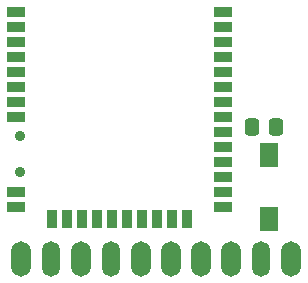
<source format=gbr>
%TF.GenerationSoftware,KiCad,Pcbnew,7.0.2-1.fc38*%
%TF.CreationDate,2023-06-06T11:06:49+02:00*%
%TF.ProjectId,marauder_mini_pcb,6d617261-7564-4657-925f-6d696e695f70,rev?*%
%TF.SameCoordinates,Original*%
%TF.FileFunction,Soldermask,Top*%
%TF.FilePolarity,Negative*%
%FSLAX46Y46*%
G04 Gerber Fmt 4.6, Leading zero omitted, Abs format (unit mm)*
G04 Created by KiCad (PCBNEW 7.0.2-1.fc38) date 2023-06-06 11:06:49*
%MOMM*%
%LPD*%
G01*
G04 APERTURE LIST*
G04 Aperture macros list*
%AMRoundRect*
0 Rectangle with rounded corners*
0 $1 Rounding radius*
0 $2 $3 $4 $5 $6 $7 $8 $9 X,Y pos of 4 corners*
0 Add a 4 corners polygon primitive as box body*
4,1,4,$2,$3,$4,$5,$6,$7,$8,$9,$2,$3,0*
0 Add four circle primitives for the rounded corners*
1,1,$1+$1,$2,$3*
1,1,$1+$1,$4,$5*
1,1,$1+$1,$6,$7*
1,1,$1+$1,$8,$9*
0 Add four rect primitives between the rounded corners*
20,1,$1+$1,$2,$3,$4,$5,0*
20,1,$1+$1,$4,$5,$6,$7,0*
20,1,$1+$1,$6,$7,$8,$9,0*
20,1,$1+$1,$8,$9,$2,$3,0*%
G04 Aperture macros list end*
%ADD10RoundRect,0.250000X0.337500X0.475000X-0.337500X0.475000X-0.337500X-0.475000X0.337500X-0.475000X0*%
%ADD11R,1.500000X0.900000*%
%ADD12R,0.900000X1.500000*%
%ADD13O,1.700000X3.000000*%
%ADD14O,1.500000X3.000000*%
%ADD15R,1.600000X2.000000*%
%ADD16C,0.900000*%
G04 APERTURE END LIST*
D10*
%TO.C,LED*%
X93437500Y-61200000D03*
X91362500Y-61200000D03*
%TD*%
D11*
%TO.C,U1*%
X71400000Y-51390000D03*
X71400000Y-52660000D03*
X71400000Y-53930000D03*
X71400000Y-55200000D03*
X71400000Y-56470000D03*
X71400000Y-57740000D03*
X71400000Y-59010000D03*
X71400000Y-60280000D03*
X71400000Y-66630000D03*
X71400000Y-67900000D03*
D12*
X74435000Y-68995000D03*
X75705000Y-68995000D03*
X76975000Y-68995000D03*
X78245000Y-68995000D03*
X79515000Y-68995000D03*
X80785000Y-68995000D03*
X82055000Y-68995000D03*
X83325000Y-68995000D03*
X84595000Y-68995000D03*
X85865000Y-68995000D03*
D11*
X88900000Y-67900000D03*
X88900000Y-66630000D03*
X88900000Y-65360000D03*
X88900000Y-64090000D03*
X88900000Y-62820000D03*
X88900000Y-61550000D03*
X88900000Y-60280000D03*
X88900000Y-59010000D03*
X88900000Y-57740000D03*
X88900000Y-56470000D03*
X88900000Y-55200000D03*
X88900000Y-53930000D03*
X88900000Y-52660000D03*
X88900000Y-51390000D03*
%TD*%
D13*
%TO.C,J1*%
X94660000Y-72300000D03*
D14*
X92120000Y-72300000D03*
D13*
X89580000Y-72300000D03*
X87040000Y-72300000D03*
X84500000Y-72300000D03*
X81960000Y-72300000D03*
D14*
X79420000Y-72300000D03*
D13*
X76880000Y-72300000D03*
D14*
X74340000Y-72300000D03*
D13*
X71800000Y-72300000D03*
%TD*%
D15*
%TO.C,EN*%
X92800000Y-63550000D03*
X92800000Y-68950000D03*
%TD*%
D16*
%TO.C,SW1*%
X71690000Y-64950000D03*
X71690000Y-61950000D03*
%TD*%
M02*

</source>
